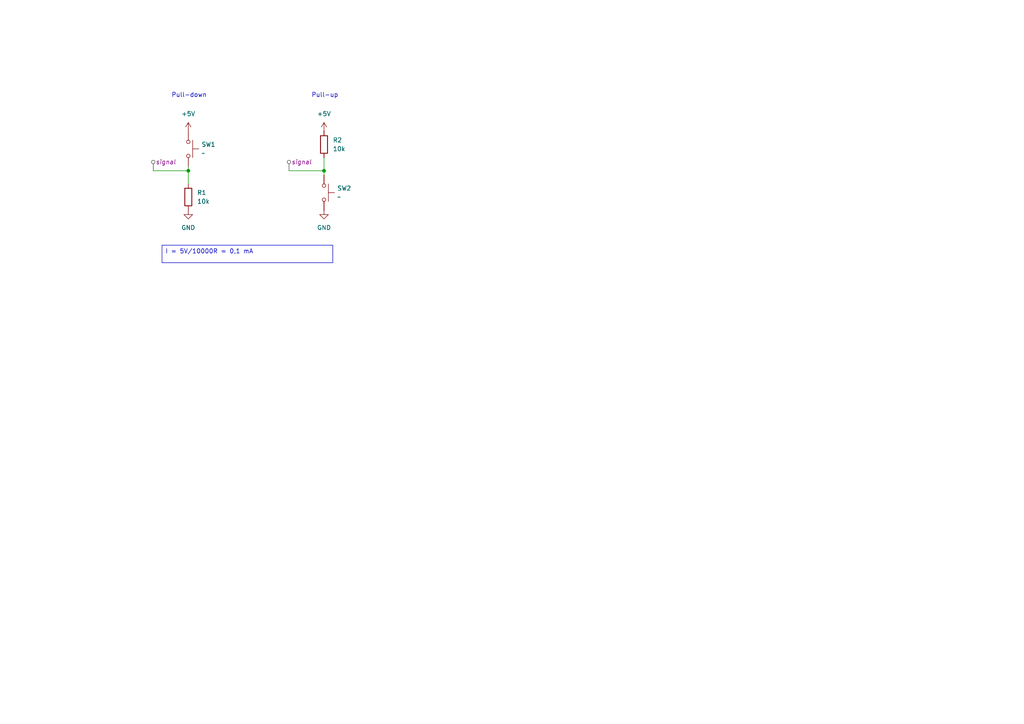
<source format=kicad_sch>
(kicad_sch
	(version 20250114)
	(generator "eeschema")
	(generator_version "9.0")
	(uuid "4021684e-3a23-4e27-b016-dfa8d6a85ad3")
	(paper "A4")
	(title_block
		(date "2025-09-25")
		(rev "v0.0.2")
		(company "Dag-Electronics")
	)
	(lib_symbols
		(symbol "Device:R"
			(pin_numbers
				(hide yes)
			)
			(pin_names
				(offset 0)
			)
			(exclude_from_sim no)
			(in_bom yes)
			(on_board yes)
			(property "Reference" "R"
				(at 2.032 0 90)
				(effects
					(font
						(size 1.27 1.27)
					)
				)
			)
			(property "Value" "R"
				(at 0 0 90)
				(effects
					(font
						(size 1.27 1.27)
					)
				)
			)
			(property "Footprint" ""
				(at -1.778 0 90)
				(effects
					(font
						(size 1.27 1.27)
					)
					(hide yes)
				)
			)
			(property "Datasheet" "~"
				(at 0 0 0)
				(effects
					(font
						(size 1.27 1.27)
					)
					(hide yes)
				)
			)
			(property "Description" "Resistor"
				(at 0 0 0)
				(effects
					(font
						(size 1.27 1.27)
					)
					(hide yes)
				)
			)
			(property "ki_keywords" "R res resistor"
				(at 0 0 0)
				(effects
					(font
						(size 1.27 1.27)
					)
					(hide yes)
				)
			)
			(property "ki_fp_filters" "R_*"
				(at 0 0 0)
				(effects
					(font
						(size 1.27 1.27)
					)
					(hide yes)
				)
			)
			(symbol "R_0_1"
				(rectangle
					(start -1.016 -2.54)
					(end 1.016 2.54)
					(stroke
						(width 0.254)
						(type default)
					)
					(fill
						(type none)
					)
				)
			)
			(symbol "R_1_1"
				(pin passive line
					(at 0 3.81 270)
					(length 1.27)
					(name "~"
						(effects
							(font
								(size 1.27 1.27)
							)
						)
					)
					(number "1"
						(effects
							(font
								(size 1.27 1.27)
							)
						)
					)
				)
				(pin passive line
					(at 0 -3.81 90)
					(length 1.27)
					(name "~"
						(effects
							(font
								(size 1.27 1.27)
							)
						)
					)
					(number "2"
						(effects
							(font
								(size 1.27 1.27)
							)
						)
					)
				)
			)
			(embedded_fonts no)
		)
		(symbol "Switch:SW_Push"
			(pin_numbers
				(hide yes)
			)
			(pin_names
				(offset 1.016)
				(hide yes)
			)
			(exclude_from_sim no)
			(in_bom yes)
			(on_board yes)
			(property "Reference" "SW"
				(at 1.27 2.54 0)
				(effects
					(font
						(size 1.27 1.27)
					)
					(justify left)
				)
			)
			(property "Value" "SW_Push"
				(at 0 -1.524 0)
				(effects
					(font
						(size 1.27 1.27)
					)
				)
			)
			(property "Footprint" ""
				(at 0 5.08 0)
				(effects
					(font
						(size 1.27 1.27)
					)
					(hide yes)
				)
			)
			(property "Datasheet" "~"
				(at 0 5.08 0)
				(effects
					(font
						(size 1.27 1.27)
					)
					(hide yes)
				)
			)
			(property "Description" "Push button switch, generic, two pins"
				(at 0 0 0)
				(effects
					(font
						(size 1.27 1.27)
					)
					(hide yes)
				)
			)
			(property "ki_keywords" "switch normally-open pushbutton push-button"
				(at 0 0 0)
				(effects
					(font
						(size 1.27 1.27)
					)
					(hide yes)
				)
			)
			(symbol "SW_Push_0_1"
				(circle
					(center -2.032 0)
					(radius 0.508)
					(stroke
						(width 0)
						(type default)
					)
					(fill
						(type none)
					)
				)
				(polyline
					(pts
						(xy 0 1.27) (xy 0 3.048)
					)
					(stroke
						(width 0)
						(type default)
					)
					(fill
						(type none)
					)
				)
				(circle
					(center 2.032 0)
					(radius 0.508)
					(stroke
						(width 0)
						(type default)
					)
					(fill
						(type none)
					)
				)
				(polyline
					(pts
						(xy 2.54 1.27) (xy -2.54 1.27)
					)
					(stroke
						(width 0)
						(type default)
					)
					(fill
						(type none)
					)
				)
				(pin passive line
					(at -5.08 0 0)
					(length 2.54)
					(name "1"
						(effects
							(font
								(size 1.27 1.27)
							)
						)
					)
					(number "1"
						(effects
							(font
								(size 1.27 1.27)
							)
						)
					)
				)
				(pin passive line
					(at 5.08 0 180)
					(length 2.54)
					(name "2"
						(effects
							(font
								(size 1.27 1.27)
							)
						)
					)
					(number "2"
						(effects
							(font
								(size 1.27 1.27)
							)
						)
					)
				)
			)
			(embedded_fonts no)
		)
		(symbol "power:+5V"
			(power)
			(pin_numbers
				(hide yes)
			)
			(pin_names
				(offset 0)
				(hide yes)
			)
			(exclude_from_sim no)
			(in_bom yes)
			(on_board yes)
			(property "Reference" "#PWR"
				(at 0 -3.81 0)
				(effects
					(font
						(size 1.27 1.27)
					)
					(hide yes)
				)
			)
			(property "Value" "+5V"
				(at 0 3.556 0)
				(effects
					(font
						(size 1.27 1.27)
					)
				)
			)
			(property "Footprint" ""
				(at 0 0 0)
				(effects
					(font
						(size 1.27 1.27)
					)
					(hide yes)
				)
			)
			(property "Datasheet" ""
				(at 0 0 0)
				(effects
					(font
						(size 1.27 1.27)
					)
					(hide yes)
				)
			)
			(property "Description" "Power symbol creates a global label with name \"+5V\""
				(at 0 0 0)
				(effects
					(font
						(size 1.27 1.27)
					)
					(hide yes)
				)
			)
			(property "ki_keywords" "global power"
				(at 0 0 0)
				(effects
					(font
						(size 1.27 1.27)
					)
					(hide yes)
				)
			)
			(symbol "+5V_0_1"
				(polyline
					(pts
						(xy -0.762 1.27) (xy 0 2.54)
					)
					(stroke
						(width 0)
						(type default)
					)
					(fill
						(type none)
					)
				)
				(polyline
					(pts
						(xy 0 2.54) (xy 0.762 1.27)
					)
					(stroke
						(width 0)
						(type default)
					)
					(fill
						(type none)
					)
				)
				(polyline
					(pts
						(xy 0 0) (xy 0 2.54)
					)
					(stroke
						(width 0)
						(type default)
					)
					(fill
						(type none)
					)
				)
			)
			(symbol "+5V_1_1"
				(pin power_in line
					(at 0 0 90)
					(length 0)
					(name "~"
						(effects
							(font
								(size 1.27 1.27)
							)
						)
					)
					(number "1"
						(effects
							(font
								(size 1.27 1.27)
							)
						)
					)
				)
			)
			(embedded_fonts no)
		)
		(symbol "power:GND"
			(power)
			(pin_numbers
				(hide yes)
			)
			(pin_names
				(offset 0)
				(hide yes)
			)
			(exclude_from_sim no)
			(in_bom yes)
			(on_board yes)
			(property "Reference" "#PWR"
				(at 0 -6.35 0)
				(effects
					(font
						(size 1.27 1.27)
					)
					(hide yes)
				)
			)
			(property "Value" "GND"
				(at 0 -3.81 0)
				(effects
					(font
						(size 1.27 1.27)
					)
				)
			)
			(property "Footprint" ""
				(at 0 0 0)
				(effects
					(font
						(size 1.27 1.27)
					)
					(hide yes)
				)
			)
			(property "Datasheet" ""
				(at 0 0 0)
				(effects
					(font
						(size 1.27 1.27)
					)
					(hide yes)
				)
			)
			(property "Description" "Power symbol creates a global label with name \"GND\" , ground"
				(at 0 0 0)
				(effects
					(font
						(size 1.27 1.27)
					)
					(hide yes)
				)
			)
			(property "ki_keywords" "global power"
				(at 0 0 0)
				(effects
					(font
						(size 1.27 1.27)
					)
					(hide yes)
				)
			)
			(symbol "GND_0_1"
				(polyline
					(pts
						(xy 0 0) (xy 0 -1.27) (xy 1.27 -1.27) (xy 0 -2.54) (xy -1.27 -1.27) (xy 0 -1.27)
					)
					(stroke
						(width 0)
						(type default)
					)
					(fill
						(type none)
					)
				)
			)
			(symbol "GND_1_1"
				(pin power_in line
					(at 0 0 270)
					(length 0)
					(name "~"
						(effects
							(font
								(size 1.27 1.27)
							)
						)
					)
					(number "1"
						(effects
							(font
								(size 1.27 1.27)
							)
						)
					)
				)
			)
			(embedded_fonts no)
		)
	)
	(text "Pull-down"
		(exclude_from_sim no)
		(at 54.864 27.686 0)
		(effects
			(font
				(size 1.27 1.27)
			)
		)
		(uuid "85d07794-a56b-441d-b3e3-a1e0805643c5")
	)
	(text "Pull-up"
		(exclude_from_sim no)
		(at 94.234 27.686 0)
		(effects
			(font
				(size 1.27 1.27)
			)
		)
		(uuid "d0dabee7-e729-4718-83f1-94c1f5a10e94")
	)
	(text_box "I = 5V/10000R = 0,1 mA"
		(exclude_from_sim no)
		(at 46.99 71.12 0)
		(size 49.53 5.08)
		(margins 0.9525 0.9525 0.9525 0.9525)
		(stroke
			(width 0)
			(type solid)
		)
		(fill
			(type none)
		)
		(effects
			(font
				(size 1.27 1.27)
			)
			(justify left top)
		)
		(uuid "9c2d324d-6172-47c4-89bc-7a5f49dff6cd")
	)
	(junction
		(at 54.61 49.53)
		(diameter 0)
		(color 0 0 0 0)
		(uuid "25f7fa63-072e-475a-9275-548075acdc99")
	)
	(junction
		(at 93.98 49.53)
		(diameter 0)
		(color 0 0 0 0)
		(uuid "64036a22-d5b1-4975-b7b1-39a289162f98")
	)
	(wire
		(pts
			(xy 54.61 48.26) (xy 54.61 49.53)
		)
		(stroke
			(width 0)
			(type default)
		)
		(uuid "0f0f2e51-681f-43d8-832c-40b7901d7506")
	)
	(wire
		(pts
			(xy 93.98 49.53) (xy 93.98 50.8)
		)
		(stroke
			(width 0)
			(type default)
		)
		(uuid "1e8a8145-4ea8-48c6-9421-49c8bdb3fa84")
	)
	(wire
		(pts
			(xy 44.45 49.53) (xy 54.61 49.53)
		)
		(stroke
			(width 0)
			(type default)
		)
		(uuid "30b826bb-e9f3-42cc-a6cc-6dd9a8ee5a7d")
	)
	(wire
		(pts
			(xy 83.82 49.53) (xy 93.98 49.53)
		)
		(stroke
			(width 0)
			(type default)
		)
		(uuid "69e2c000-0eb2-49c8-b638-b038ef854813")
	)
	(wire
		(pts
			(xy 93.98 45.72) (xy 93.98 49.53)
		)
		(stroke
			(width 0)
			(type default)
		)
		(uuid "a73e14f8-2ea5-40b5-a16b-0b4e7479795b")
	)
	(wire
		(pts
			(xy 54.61 49.53) (xy 54.61 53.34)
		)
		(stroke
			(width 0)
			(type default)
		)
		(uuid "d75c6eff-7caf-402e-8141-88f4d27f313e")
	)
	(netclass_flag ""
		(length 2.54)
		(shape round)
		(at 44.45 49.53 0)
		(fields_autoplaced yes)
		(effects
			(font
				(size 1.27 1.27)
			)
			(justify left bottom)
		)
		(uuid "52952e1c-dd89-4565-846c-231009e45d53")
		(property "Netclass" ""
			(at 181.61 12.7 0)
			(effects
				(font
					(size 1.27 1.27)
				)
				(justify left)
			)
		)
		(property "Component Class" "signal"
			(at 45.1485 46.99 0)
			(effects
				(font
					(size 1.27 1.27)
					(italic yes)
				)
				(justify left)
			)
		)
	)
	(netclass_flag ""
		(length 2.54)
		(shape round)
		(at 83.82 49.53 0)
		(fields_autoplaced yes)
		(effects
			(font
				(size 1.27 1.27)
			)
			(justify left bottom)
		)
		(uuid "d604ac5f-3fba-4a91-bc5f-00c471f2e7ea")
		(property "Netclass" ""
			(at 220.98 12.7 0)
			(effects
				(font
					(size 1.27 1.27)
				)
				(justify left)
			)
		)
		(property "Component Class" "signal"
			(at 84.5185 46.99 0)
			(effects
				(font
					(size 1.27 1.27)
					(italic yes)
				)
				(justify left)
			)
		)
	)
	(symbol
		(lib_id "power:+5V")
		(at 93.98 38.1 0)
		(unit 1)
		(exclude_from_sim no)
		(in_bom yes)
		(on_board yes)
		(dnp no)
		(fields_autoplaced yes)
		(uuid "332fdb7d-260c-44bf-9e1c-c6bb0c952832")
		(property "Reference" "#PWR06"
			(at 93.98 41.91 0)
			(effects
				(font
					(size 1.27 1.27)
				)
				(hide yes)
			)
		)
		(property "Value" "+5V"
			(at 93.98 33.02 0)
			(effects
				(font
					(size 1.27 1.27)
				)
			)
		)
		(property "Footprint" ""
			(at 93.98 38.1 0)
			(effects
				(font
					(size 1.27 1.27)
				)
				(hide yes)
			)
		)
		(property "Datasheet" ""
			(at 93.98 38.1 0)
			(effects
				(font
					(size 1.27 1.27)
				)
				(hide yes)
			)
		)
		(property "Description" "Power symbol creates a global label with name \"+5V\""
			(at 93.98 38.1 0)
			(effects
				(font
					(size 1.27 1.27)
				)
				(hide yes)
			)
		)
		(pin "1"
			(uuid "50d9796d-f1b1-41a5-949a-1de00ff6c041")
		)
		(instances
			(project "electronics-schemas"
				(path "/f1ade40e-ee4b-4e00-b57d-44850604005b/fed83971-841f-4809-a5b6-eca8a2d26e94"
					(reference "#PWR06")
					(unit 1)
				)
			)
		)
	)
	(symbol
		(lib_id "power:GND")
		(at 54.61 60.96 0)
		(unit 1)
		(exclude_from_sim no)
		(in_bom yes)
		(on_board yes)
		(dnp no)
		(fields_autoplaced yes)
		(uuid "387fcdb5-f99d-4bc2-a344-6101b28972ef")
		(property "Reference" "#PWR01"
			(at 54.61 67.31 0)
			(effects
				(font
					(size 1.27 1.27)
				)
				(hide yes)
			)
		)
		(property "Value" "GND"
			(at 54.61 66.04 0)
			(effects
				(font
					(size 1.27 1.27)
				)
			)
		)
		(property "Footprint" ""
			(at 54.61 60.96 0)
			(effects
				(font
					(size 1.27 1.27)
				)
				(hide yes)
			)
		)
		(property "Datasheet" ""
			(at 54.61 60.96 0)
			(effects
				(font
					(size 1.27 1.27)
				)
				(hide yes)
			)
		)
		(property "Description" "Power symbol creates a global label with name \"GND\" , ground"
			(at 54.61 60.96 0)
			(effects
				(font
					(size 1.27 1.27)
				)
				(hide yes)
			)
		)
		(pin "1"
			(uuid "9f151bb7-52e4-4c6f-94b9-ecf61244c5b5")
		)
		(instances
			(project ""
				(path "/f1ade40e-ee4b-4e00-b57d-44850604005b/fed83971-841f-4809-a5b6-eca8a2d26e94"
					(reference "#PWR01")
					(unit 1)
				)
			)
		)
	)
	(symbol
		(lib_id "Device:R")
		(at 54.61 57.15 0)
		(unit 1)
		(exclude_from_sim no)
		(in_bom yes)
		(on_board yes)
		(dnp no)
		(fields_autoplaced yes)
		(uuid "511398cc-4c8e-4267-8edf-9033311dd0eb")
		(property "Reference" "R1"
			(at 57.15 55.8799 0)
			(effects
				(font
					(size 1.27 1.27)
				)
				(justify left)
			)
		)
		(property "Value" "10k"
			(at 57.15 58.4199 0)
			(effects
				(font
					(size 1.27 1.27)
				)
				(justify left)
			)
		)
		(property "Footprint" ""
			(at 52.832 57.15 90)
			(effects
				(font
					(size 1.27 1.27)
				)
				(hide yes)
			)
		)
		(property "Datasheet" "~"
			(at 54.61 57.15 0)
			(effects
				(font
					(size 1.27 1.27)
				)
				(hide yes)
			)
		)
		(property "Description" "Resistor"
			(at 54.61 57.15 0)
			(effects
				(font
					(size 1.27 1.27)
				)
				(hide yes)
			)
		)
		(pin "2"
			(uuid "bdd1eb5c-b265-4eb9-a6a3-fbf99402d6e8")
		)
		(pin "1"
			(uuid "6d6f489c-ad6d-4f60-adda-ab4560117e01")
		)
		(instances
			(project ""
				(path "/f1ade40e-ee4b-4e00-b57d-44850604005b/fed83971-841f-4809-a5b6-eca8a2d26e94"
					(reference "R1")
					(unit 1)
				)
			)
		)
	)
	(symbol
		(lib_id "Switch:SW_Push")
		(at 54.61 43.18 270)
		(unit 1)
		(exclude_from_sim no)
		(in_bom yes)
		(on_board yes)
		(dnp no)
		(fields_autoplaced yes)
		(uuid "ac58e0ae-63a1-48ec-b6c4-94f8b0e78da1")
		(property "Reference" "SW1"
			(at 58.42 41.9099 90)
			(effects
				(font
					(size 1.27 1.27)
				)
				(justify left)
			)
		)
		(property "Value" "~"
			(at 58.42 44.4499 90)
			(effects
				(font
					(size 1.27 1.27)
				)
				(justify left)
			)
		)
		(property "Footprint" ""
			(at 59.69 43.18 0)
			(effects
				(font
					(size 1.27 1.27)
				)
				(hide yes)
			)
		)
		(property "Datasheet" "~"
			(at 59.69 43.18 0)
			(effects
				(font
					(size 1.27 1.27)
				)
				(hide yes)
			)
		)
		(property "Description" "Push button switch, generic, two pins"
			(at 54.61 43.18 0)
			(effects
				(font
					(size 1.27 1.27)
				)
				(hide yes)
			)
		)
		(pin "1"
			(uuid "7c51b1d4-df83-447d-b152-3d932e6c8ed4")
		)
		(pin "2"
			(uuid "b98d46d5-f518-4d3e-9d13-f51a5c7daadb")
		)
		(instances
			(project ""
				(path "/f1ade40e-ee4b-4e00-b57d-44850604005b/fed83971-841f-4809-a5b6-eca8a2d26e94"
					(reference "SW1")
					(unit 1)
				)
			)
		)
	)
	(symbol
		(lib_id "power:GND")
		(at 93.98 60.96 0)
		(unit 1)
		(exclude_from_sim no)
		(in_bom yes)
		(on_board yes)
		(dnp no)
		(fields_autoplaced yes)
		(uuid "ad723722-e993-4c11-8004-2d131bf6ae85")
		(property "Reference" "#PWR07"
			(at 93.98 67.31 0)
			(effects
				(font
					(size 1.27 1.27)
				)
				(hide yes)
			)
		)
		(property "Value" "GND"
			(at 93.98 66.04 0)
			(effects
				(font
					(size 1.27 1.27)
				)
			)
		)
		(property "Footprint" ""
			(at 93.98 60.96 0)
			(effects
				(font
					(size 1.27 1.27)
				)
				(hide yes)
			)
		)
		(property "Datasheet" ""
			(at 93.98 60.96 0)
			(effects
				(font
					(size 1.27 1.27)
				)
				(hide yes)
			)
		)
		(property "Description" "Power symbol creates a global label with name \"GND\" , ground"
			(at 93.98 60.96 0)
			(effects
				(font
					(size 1.27 1.27)
				)
				(hide yes)
			)
		)
		(pin "1"
			(uuid "13989efa-a64e-4c9e-96ab-d77f3b76b1ed")
		)
		(instances
			(project "electronics-schemas"
				(path "/f1ade40e-ee4b-4e00-b57d-44850604005b/fed83971-841f-4809-a5b6-eca8a2d26e94"
					(reference "#PWR07")
					(unit 1)
				)
			)
		)
	)
	(symbol
		(lib_id "Switch:SW_Push")
		(at 93.98 55.88 270)
		(unit 1)
		(exclude_from_sim no)
		(in_bom yes)
		(on_board yes)
		(dnp no)
		(fields_autoplaced yes)
		(uuid "bee15255-568f-4ea9-a57e-3460b3ac1bd8")
		(property "Reference" "SW2"
			(at 97.79 54.6099 90)
			(effects
				(font
					(size 1.27 1.27)
				)
				(justify left)
			)
		)
		(property "Value" "~"
			(at 97.79 57.1499 90)
			(effects
				(font
					(size 1.27 1.27)
				)
				(justify left)
			)
		)
		(property "Footprint" ""
			(at 99.06 55.88 0)
			(effects
				(font
					(size 1.27 1.27)
				)
				(hide yes)
			)
		)
		(property "Datasheet" "~"
			(at 99.06 55.88 0)
			(effects
				(font
					(size 1.27 1.27)
				)
				(hide yes)
			)
		)
		(property "Description" "Push button switch, generic, two pins"
			(at 93.98 55.88 0)
			(effects
				(font
					(size 1.27 1.27)
				)
				(hide yes)
			)
		)
		(pin "1"
			(uuid "5027acc0-2283-4cf2-94f5-cd284595d3b9")
		)
		(pin "2"
			(uuid "1861eec5-441d-4197-89cd-76f4531686fe")
		)
		(instances
			(project "electronics-schemas"
				(path "/f1ade40e-ee4b-4e00-b57d-44850604005b/fed83971-841f-4809-a5b6-eca8a2d26e94"
					(reference "SW2")
					(unit 1)
				)
			)
		)
	)
	(symbol
		(lib_id "power:+5V")
		(at 54.61 38.1 0)
		(unit 1)
		(exclude_from_sim no)
		(in_bom yes)
		(on_board yes)
		(dnp no)
		(fields_autoplaced yes)
		(uuid "c542533f-07f0-4b5c-bdc9-cc7aca6d682c")
		(property "Reference" "#PWR05"
			(at 54.61 41.91 0)
			(effects
				(font
					(size 1.27 1.27)
				)
				(hide yes)
			)
		)
		(property "Value" "+5V"
			(at 54.61 33.02 0)
			(effects
				(font
					(size 1.27 1.27)
				)
			)
		)
		(property "Footprint" ""
			(at 54.61 38.1 0)
			(effects
				(font
					(size 1.27 1.27)
				)
				(hide yes)
			)
		)
		(property "Datasheet" ""
			(at 54.61 38.1 0)
			(effects
				(font
					(size 1.27 1.27)
				)
				(hide yes)
			)
		)
		(property "Description" "Power symbol creates a global label with name \"+5V\""
			(at 54.61 38.1 0)
			(effects
				(font
					(size 1.27 1.27)
				)
				(hide yes)
			)
		)
		(pin "1"
			(uuid "07a5989d-d0e5-40a6-8117-f6b2a522d09b")
		)
		(instances
			(project ""
				(path "/f1ade40e-ee4b-4e00-b57d-44850604005b/fed83971-841f-4809-a5b6-eca8a2d26e94"
					(reference "#PWR05")
					(unit 1)
				)
			)
		)
	)
	(symbol
		(lib_id "Device:R")
		(at 93.98 41.91 0)
		(unit 1)
		(exclude_from_sim no)
		(in_bom yes)
		(on_board yes)
		(dnp no)
		(fields_autoplaced yes)
		(uuid "d099e2bc-58a2-48a7-95f7-cf2b20369b41")
		(property "Reference" "R2"
			(at 96.52 40.6399 0)
			(effects
				(font
					(size 1.27 1.27)
				)
				(justify left)
			)
		)
		(property "Value" "10k"
			(at 96.52 43.1799 0)
			(effects
				(font
					(size 1.27 1.27)
				)
				(justify left)
			)
		)
		(property "Footprint" ""
			(at 92.202 41.91 90)
			(effects
				(font
					(size 1.27 1.27)
				)
				(hide yes)
			)
		)
		(property "Datasheet" "~"
			(at 93.98 41.91 0)
			(effects
				(font
					(size 1.27 1.27)
				)
				(hide yes)
			)
		)
		(property "Description" "Resistor"
			(at 93.98 41.91 0)
			(effects
				(font
					(size 1.27 1.27)
				)
				(hide yes)
			)
		)
		(pin "2"
			(uuid "bce402b3-c855-47a3-9fb7-fa416181bbbe")
		)
		(pin "1"
			(uuid "b7980e2d-dece-4180-9058-a6bb7ff8a268")
		)
		(instances
			(project "electronics-schemas"
				(path "/f1ade40e-ee4b-4e00-b57d-44850604005b/fed83971-841f-4809-a5b6-eca8a2d26e94"
					(reference "R2")
					(unit 1)
				)
			)
		)
	)
)

</source>
